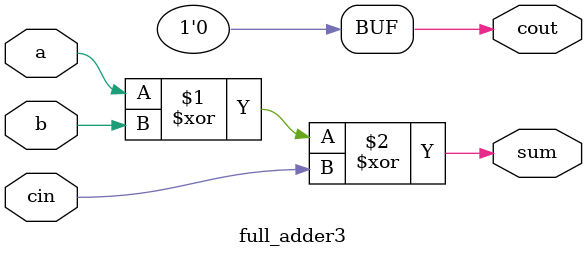
<source format=v>
module full_adder3(a,b,cin,sum,cout);
input a,b,cin;
output sum,cout;
assign sum = a^b^cin;
assign cout = 1'b0; 
// initial begin
//     $display("The incorrect adder with or1 having out/0");
// end   
endmodule
</source>
